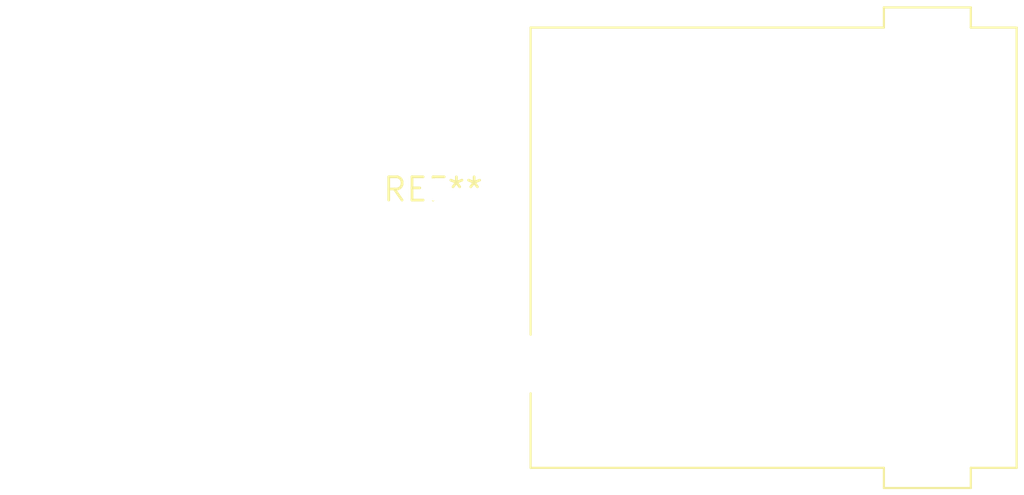
<source format=kicad_pcb>
(kicad_pcb (version 20240108) (generator pcbnew)
  (layers (0 "F.Cu" signal) (31 "B.Cu" signal) (34 "B.Paste" user) (35 "F.Paste" user) (36 "B.SilkS" user "B.Silkscreen") (37 "F.SilkS" user "F.Silkscreen") (38 "B.Mask" user) (39 "F.Mask" user) (44 "Edge.Cuts" user))
  (net 0 "")
  (footprint "Jack_speakON_Neutrik_NL2MDXX-H-3_Horizontal" (layer "F.Cu") (at 0 0)
    (property "Reference" "REF**")
    (property "Value" "Jack_speakON_Neutrik_NL2MDXX-H-3_Horizontal")
    (fp_line (start 5.32 -8.84) (end 24.59 -8.84) (layer "F.SilkS") (stroke (width 0.12)))
    (fp_line (start 5.32 7.93) (end 5.32 -8.84) (layer "F.SilkS") (stroke (width 0.12)))
    (fp_line (start 5.32 15.2) (end 5.32 11.13) (layer "F.SilkS") (stroke (width 0.12)))
    (fp_line (start 5.32 15.2) (end 24.59 15.2) (layer "F.SilkS") (stroke (width 0.12)))
    (fp_line (start 24.59 -9.94) (end 24.59 -8.84) (layer "F.SilkS") (stroke (width 0.12)))
    (fp_line (start 24.59 -9.94) (end 29.33 -9.94) (layer "F.SilkS") (stroke (width 0.12)))
    (fp_line (start 24.59 16.3) (end 24.59 15.2) (layer "F.SilkS") (stroke (width 0.12)))
    (fp_line (start 24.59 16.3) (end 29.33 16.3) (layer "F.SilkS") (stroke (width 0.12)))
    (fp_line (start 29.33 -9.94) (end 29.33 -8.84) (layer "F.SilkS") (stroke (width 0.12)))
    (fp_line (start 29.33 16.3) (end 29.33 15.2) (layer "F.SilkS") (stroke (width 0.12)))
    (fp_line (start 31.83 -8.84) (end 29.33 -8.84) (layer "F.SilkS") (stroke (width 0.12)))
    (fp_line (start 31.83 15.2) (end 29.33 15.2) (layer "F.SilkS") (stroke (width 0.12)))
    (fp_line (start 31.83 15.2) (end 31.83 -8.84) (layer "F.SilkS") (stroke (width 0.12)))
    (pad "1+" thru_hole circle (at 0 0) (size 3 3) (drill 1.2) (layers *.Cu *.Mask) (remove_unused_layers))
    (pad "1-" thru_hole circle (at 4.44 9.53) (size 3 3) (drill 1.2) (layers *.Cu *.Mask) (remove_unused_layers))
  )
)
</source>
